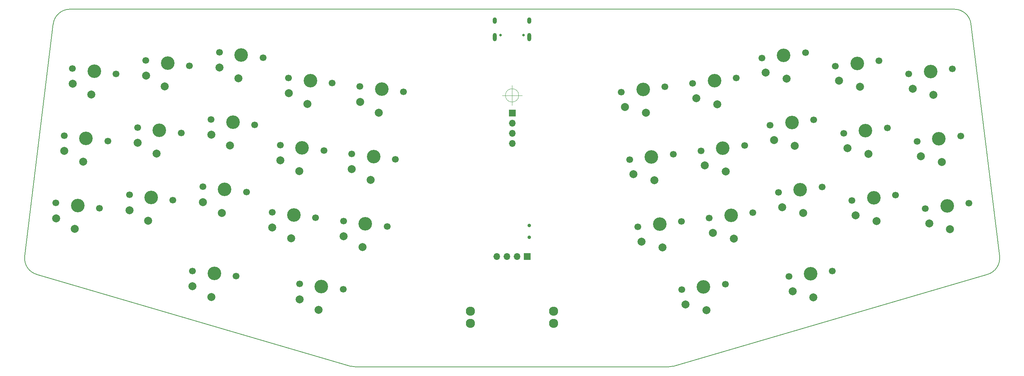
<source format=gbr>
%TF.GenerationSoftware,KiCad,Pcbnew,(5.1.10-1-10_14)*%
%TF.CreationDate,2021-09-26T20:25:07-05:00*%
%TF.ProjectId,LeChiffreBLE_Single_Side,4c654368-6966-4667-9265-424c455f5369,rev?*%
%TF.SameCoordinates,Original*%
%TF.FileFunction,Soldermask,Bot*%
%TF.FilePolarity,Negative*%
%FSLAX46Y46*%
G04 Gerber Fmt 4.6, Leading zero omitted, Abs format (unit mm)*
G04 Created by KiCad (PCBNEW (5.1.10-1-10_14)) date 2021-09-26 20:25:07*
%MOMM*%
%LPD*%
G01*
G04 APERTURE LIST*
%TA.AperFunction,Profile*%
%ADD10C,0.152000*%
%TD*%
%TA.AperFunction,Profile*%
%ADD11C,0.100000*%
%TD*%
%ADD12C,0.900000*%
%ADD13O,1.700000X1.700000*%
%ADD14R,1.700000X1.700000*%
%ADD15C,2.300000*%
%ADD16C,1.700000*%
%ADD17C,2.000000*%
%ADD18C,3.400000*%
%ADD19O,1.000000X2.100000*%
%ADD20C,0.650000*%
%ADD21O,1.000000X1.600000*%
G04 APERTURE END LIST*
D10*
X30724319Y-129889391D02*
X109245812Y-152889284D01*
X190227091Y-152889420D02*
X268787470Y-129887957D01*
X190227090Y-152889421D02*
G75*
G02*
X189043077Y-153059189I-1184013J4043940D01*
G01*
X110430291Y-153059189D02*
G75*
G02*
X109245812Y-152889284I0J4213708D01*
G01*
X110430291Y-153059189D02*
X189043077Y-153059189D01*
X34872010Y-67071010D02*
G75*
G02*
X39054379Y-63370255I4182369J-512953D01*
G01*
X149754177Y-63370255D02*
X39054379Y-63370255D01*
X260454219Y-63370255D02*
X149754177Y-63370255D01*
X260454219Y-63370255D02*
G75*
G02*
X264636555Y-67070738I0J-4213708D01*
G01*
X271785793Y-125330793D02*
X264636555Y-67070738D01*
X271785792Y-125330793D02*
G75*
G02*
X268787470Y-129887957I-4182335J-513225D01*
G01*
X30724319Y-129889391D02*
G75*
G02*
X27726429Y-125332635I1184479J4043803D01*
G01*
X34872010Y-67071010D02*
X27726429Y-125332635D01*
D11*
X151416666Y-84985000D02*
G75*
G03*
X151416666Y-84985000I-1666666J0D01*
G01*
X147250000Y-84985000D02*
X152250000Y-84985000D01*
X149750000Y-82485000D02*
X149750000Y-87485000D01*
D12*
%TO.C,SW1*%
X154030010Y-117600010D03*
X154030010Y-120600010D03*
%TD*%
D13*
%TO.C,J102*%
X149780010Y-97015010D03*
X149780010Y-94475010D03*
X149780010Y-91935010D03*
D14*
X149780010Y-89395010D03*
%TD*%
D15*
%TO.C,BT1*%
X160150000Y-139090000D03*
X160150000Y-142190000D03*
X139350000Y-142190000D03*
X139350000Y-139090000D03*
%TD*%
D13*
%TO.C,J101*%
X145930000Y-125440000D03*
X148470000Y-125440000D03*
X151010000Y-125440000D03*
D14*
X153550000Y-125440000D03*
%TD*%
D16*
%TO.C,MX1*%
X50608622Y-79564418D03*
X39690614Y-78223856D03*
D17*
X39723784Y-82056466D03*
X44430589Y-84750159D03*
D18*
X45149618Y-78894137D03*
%TD*%
D19*
%TO.C,J1*%
X145430000Y-70390000D03*
X154070000Y-70390000D03*
D20*
X152640000Y-69860000D03*
D21*
X154070000Y-66210000D03*
D20*
X146860000Y-69860000D03*
D21*
X145430000Y-66210000D03*
%TD*%
D18*
%TO.C,MX34*%
X258668418Y-112717175D03*
D17*
X259387447Y-118573197D03*
X254168791Y-117098197D03*
D16*
X253209414Y-113387456D03*
X264127422Y-112046894D03*
%TD*%
D18*
%TO.C,MX33*%
X256596640Y-95843890D03*
D17*
X257315669Y-101699912D03*
X252097013Y-100224912D03*
D16*
X251137636Y-96514171D03*
X262055644Y-95173609D03*
%TD*%
D18*
%TO.C,MX32*%
X254524861Y-78970606D03*
D17*
X255243890Y-84826628D03*
X250025234Y-83351628D03*
D16*
X249065857Y-79640887D03*
X259983865Y-78300325D03*
%TD*%
D18*
%TO.C,MX31*%
X240284643Y-110692502D03*
D17*
X241003672Y-116548524D03*
X235785016Y-115073524D03*
D16*
X234825639Y-111362783D03*
X245743647Y-110022221D03*
%TD*%
D18*
%TO.C,MX30*%
X238212864Y-93819217D03*
D17*
X238931893Y-99675239D03*
X233713237Y-98200239D03*
D16*
X232753860Y-94489498D03*
X243671868Y-93148936D03*
%TD*%
D18*
%TO.C,MX29*%
X236141085Y-76945933D03*
D17*
X236860114Y-82801955D03*
X231641458Y-81326955D03*
D16*
X230682081Y-77616214D03*
X241600089Y-76275652D03*
%TD*%
D18*
%TO.C,MX28*%
X221900868Y-108667829D03*
D17*
X222619897Y-114523851D03*
X217401241Y-113048851D03*
D16*
X216441864Y-109338110D03*
X227359872Y-107997548D03*
%TD*%
D18*
%TO.C,MX27*%
X219829089Y-91794544D03*
D17*
X220548118Y-97650566D03*
X215329462Y-96175566D03*
D16*
X214370085Y-92464825D03*
X225288093Y-91124263D03*
%TD*%
D18*
%TO.C,MX26*%
X217757310Y-74921260D03*
D17*
X218476339Y-80777282D03*
X213257683Y-79302282D03*
D16*
X212298306Y-75591541D03*
X223216314Y-74250979D03*
%TD*%
D18*
%TO.C,MX25*%
X224490591Y-129759435D03*
D17*
X225209620Y-135615457D03*
X219990964Y-134140457D03*
D16*
X219031587Y-130429716D03*
X229949595Y-129089154D03*
%TD*%
D18*
%TO.C,MX24*%
X204552982Y-115079798D03*
D17*
X205272011Y-120935820D03*
X200053355Y-119460820D03*
D16*
X199093978Y-115750079D03*
X210011986Y-114409517D03*
%TD*%
D18*
%TO.C,MX23*%
X202481203Y-98206514D03*
D17*
X203200232Y-104062536D03*
X197981576Y-102587536D03*
D16*
X197022199Y-98876795D03*
X207940207Y-97536233D03*
%TD*%
D18*
%TO.C,MX22*%
X200409424Y-81333229D03*
D17*
X201128453Y-87189251D03*
X195909797Y-85714251D03*
D16*
X194950420Y-82003510D03*
X205868428Y-80662948D03*
%TD*%
D18*
%TO.C,MX21*%
X197691845Y-133049907D03*
D17*
X198410874Y-138905929D03*
X193192218Y-137430929D03*
D16*
X192232841Y-133720188D03*
X203150849Y-132379626D03*
%TD*%
D18*
%TO.C,MX20*%
X186687151Y-117273447D03*
D17*
X187406180Y-123129469D03*
X182187524Y-121654469D03*
D16*
X181228147Y-117943728D03*
X192146155Y-116603166D03*
%TD*%
D18*
%TO.C,MX19*%
X184615372Y-100400162D03*
D17*
X185334401Y-106256184D03*
X180115745Y-104781184D03*
D16*
X179156368Y-101070443D03*
X190074376Y-99729881D03*
%TD*%
D18*
%TO.C,MX18*%
X182543593Y-83526877D03*
D17*
X183262622Y-89382899D03*
X178043966Y-87907899D03*
D16*
X177084589Y-84197158D03*
X188002597Y-82856596D03*
%TD*%
%TO.C,MX17*%
X107441637Y-133643719D03*
X96523629Y-132303157D03*
D17*
X96556799Y-136135767D03*
X101263604Y-138829460D03*
D18*
X101982633Y-132973438D03*
%TD*%
D16*
%TO.C,MX16*%
X118446331Y-117867259D03*
X107528323Y-116526697D03*
D17*
X107561493Y-120359307D03*
X112268298Y-123053000D03*
D18*
X112987327Y-117196978D03*
%TD*%
D16*
%TO.C,MX15*%
X120518110Y-100993974D03*
X109600102Y-99653412D03*
D17*
X109633272Y-103486022D03*
X114340077Y-106179715D03*
D18*
X115059106Y-100323693D03*
%TD*%
D16*
%TO.C,MX14*%
X122589889Y-84120689D03*
X111671881Y-82780127D03*
D17*
X111705051Y-86612737D03*
X116411856Y-89306430D03*
D18*
X117130885Y-83450408D03*
%TD*%
D16*
%TO.C,MX13*%
X80642891Y-130353247D03*
X69724883Y-129012685D03*
D17*
X69758053Y-132845295D03*
X74464858Y-135538988D03*
D18*
X75183887Y-129682966D03*
%TD*%
D16*
%TO.C,MX12*%
X100580501Y-115673610D03*
X89662493Y-114333048D03*
D17*
X89695663Y-118165658D03*
X94402468Y-120859351D03*
D18*
X95121497Y-115003329D03*
%TD*%
D16*
%TO.C,MX11*%
X102652280Y-98800326D03*
X91734272Y-97459764D03*
D17*
X91767442Y-101292374D03*
X96474247Y-103986067D03*
D18*
X97193276Y-98130045D03*
%TD*%
D16*
%TO.C,MX10*%
X104724058Y-81927041D03*
X93806050Y-80586479D03*
D17*
X93839220Y-84419089D03*
X98546025Y-87112782D03*
D18*
X99265054Y-81256760D03*
%TD*%
D16*
%TO.C,MX9*%
X83232615Y-109261641D03*
X72314607Y-107921079D03*
D17*
X72347777Y-111753689D03*
X77054582Y-114447382D03*
D18*
X77773611Y-108591360D03*
%TD*%
D16*
%TO.C,MX8*%
X85304394Y-92388356D03*
X74386386Y-91047794D03*
D17*
X74419556Y-94880404D03*
X79126361Y-97574097D03*
D18*
X79845390Y-91718075D03*
%TD*%
D16*
%TO.C,MX7*%
X87376172Y-75515072D03*
X76458164Y-74174510D03*
D17*
X76491334Y-78007120D03*
X81198139Y-80700813D03*
D18*
X81917168Y-74844791D03*
%TD*%
D16*
%TO.C,MX6*%
X64848839Y-111286314D03*
X53930831Y-109945752D03*
D17*
X53964001Y-113778362D03*
X58670806Y-116472055D03*
D18*
X59389835Y-110616033D03*
%TD*%
D16*
%TO.C,MX5*%
X66920618Y-94413029D03*
X56002610Y-93072467D03*
D17*
X56035780Y-96905077D03*
X60742585Y-99598770D03*
D18*
X61461614Y-93742748D03*
%TD*%
D16*
%TO.C,MX4*%
X68992397Y-77539745D03*
X58074389Y-76199183D03*
D17*
X58107559Y-80031793D03*
X62814364Y-82725486D03*
D18*
X63533393Y-76869464D03*
%TD*%
D16*
%TO.C,MX3*%
X46465064Y-113310987D03*
X35547056Y-111970425D03*
D17*
X35580226Y-115803035D03*
X40287031Y-118496728D03*
D18*
X41006060Y-112640706D03*
%TD*%
D16*
%TO.C,MX2*%
X48536843Y-96437702D03*
X37618835Y-95097140D03*
D17*
X37652005Y-98929750D03*
X42358810Y-101623443D03*
D18*
X43077839Y-95767421D03*
%TD*%
M02*

</source>
